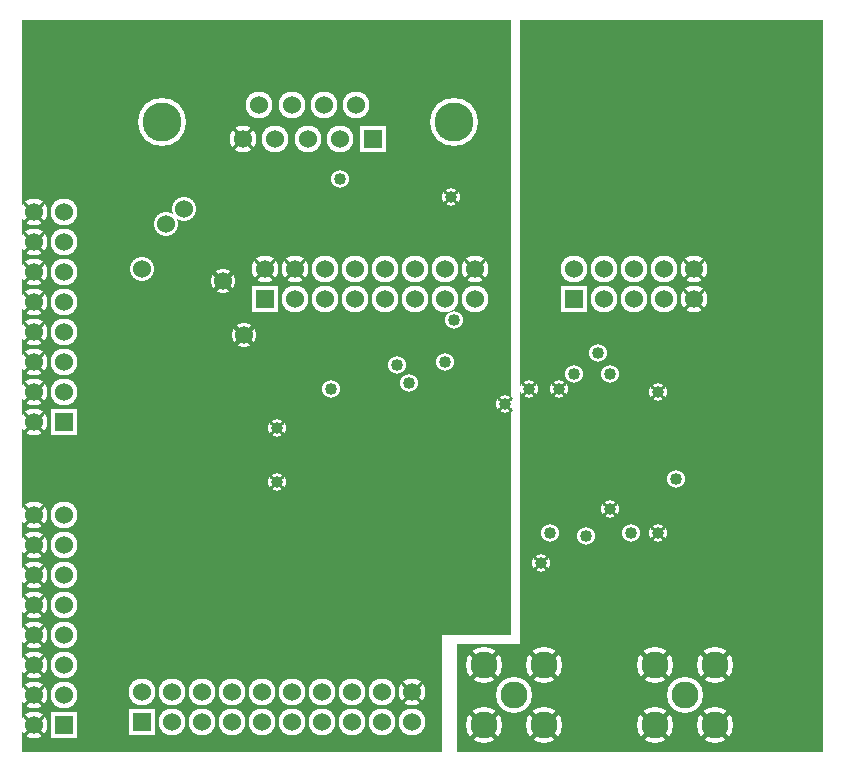
<source format=gbr>
G04 Title: TX Daughterboard, layergroup #3 *
G04 Creator: pcb-bin 1.99p *
G04 CreationDate: Thu Dec 30 02:16:24 2004 UTC *
G04 For: matt *
G04 Format: Gerber/RS-274X *
G04 PCB-Dimensions: 275000 250000 *
G04 PCB-Coordinate-Origin: lower left *
%MOIN*%
%FSLAX24Y24*%
G04 contains layers GND-sldr (1) *
%IPPOS*%
%ADD11C,0.0100*%
%ADD12C,0.0160*%
%ADD13C,0.0460*%
%ADD14C,0.0220*%
%ADD15R,0.0160X0.0160*%
%ADD16R,0.0460X0.0460*%
%ADD17R,0.0220X0.0220*%
%ADD18C,0.0080*%
%ADD19R,0.0600X0.0600*%
%ADD20R,0.0660X0.0660*%
%ADD21R,0.0900X0.0900X0.0600X0.0600*%
%ADD22R,0.0900X0.0900*%
%ADD23C,0.0600*%
%ADD24C,0.0660*%
%ADD25C,0.0900X0.0600*%
%ADD26C,0.0900*%
%ADD27C,0.0125*%
%AMTHERM1*7,0,0,0.0900,0.0600,0.0125,45*%
%ADD28THERM1*%
%ADD29C,0.1300*%
%ADD30C,0.1360*%
%ADD31C,0.1600X0.1300*%
%ADD32C,0.1600*%
%ADD33C,0.0200*%
%ADD34R,0.0240X0.0240*%
%ADD35R,0.0440X0.0440*%
%ADD36R,0.0300X0.0300*%
%ADD37C,0.0060*%
%AMTHERM2*7,0,0,0.0900,0.0600,0.0100,45*%
%ADD38THERM2*%
%ADD39R,0.0540X0.0540*%
%ADD40R,0.0650X0.0650*%
%ADD41R,0.0950X0.0950*%
%ADD42C,0.1200X0.0900*%
%ADD43C,0.1200*%
%ADD44C,0.0150*%
%AMTHERM3*7,0,0,0.1200,0.0900,0.0150,45*%
%ADD45THERM3*%
%ADD46C,0.0720*%
%ADD47C,0.0920X0.0720*%
%ADD48C,0.0920*%
%ADD49C,0.0240*%
%ADD50C,0.0340*%
%ADD51C,0.0500*%
%ADD52R,0.0200X0.0200*%
%ADD53R,0.0500X0.0500*%
%ADD54C,0.0137*%
%ADD55C,0.1320*%
%ADD56C,0.1520*%
%ADD57C,0.1520X0.1320*%
%ADD58C,0.0400*%
%ADD59C,0.0600X0.0400*%
%AMTHERM4*7,0,0,0.0600,0.0400,0.0100,45*%
%ADD60THERM4*%
%ADD61C,0.0800*%
%ADD62C,0.0800X0.0600*%
%AMTHERM5*7,0,0,0.0800,0.0600,0.0160,45*%
%ADD63THERM5*%
%LNGROUP_2*%
%LPD*%
G01X0Y0D02*
G54D11*G36*
X500Y300D02*X14500D01*
Y4700D01*
X500D01*
Y300D01*
G37*
G36*
X15000D02*X20300D01*
Y3900D01*
X15000D01*
Y300D01*
G37*
G36*
X16800Y4200D02*X500D01*
Y24700D01*
X16800D01*
Y4200D01*
G37*
G36*
X17100Y300D02*X27200D01*
Y24700D01*
X17100D01*
Y300D01*
G37*
%LNCUTS*%
%LPC*%
G54D22*X1900Y1200D03*
G54D26*Y2200D03*
Y3200D03*
Y4200D03*
G54D22*X4500Y1300D03*
G54D26*Y2300D03*
X5500Y1300D03*
Y2300D03*
X6500Y1300D03*
Y2300D03*
X7500Y1300D03*
X8500D03*
X7500Y2300D03*
X8500D03*
X900Y1200D03*
Y2200D03*
Y3200D03*
Y4200D03*
X9500Y1300D03*
Y2300D03*
X10500Y1300D03*
Y2300D03*
X11500Y1300D03*
Y2300D03*
X12500Y1300D03*
Y2300D03*
X13500Y1300D03*
Y2300D03*
G54D43*X16900Y2200D03*
X15900Y1200D03*
Y3200D03*
X17900Y1200D03*
Y3200D03*
G54D61*X5300Y17900D03*
X5900Y18400D03*
X4500Y16400D03*
G54D23*X14900Y14700D03*
X11100Y19400D03*
G54D61*X7900Y14200D03*
X7200Y16000D03*
G54D23*X14600Y13300D03*
X13000Y13200D03*
X13400Y12600D03*
X14800Y18800D03*
X9000Y11100D03*
Y9300D03*
X10800Y12400D03*
X16600Y11900D03*
G54D26*X9600Y15400D03*
X10600D03*
X11600D03*
X1900Y18300D03*
Y4200D03*
Y5200D03*
Y6200D03*
Y7200D03*
Y8200D03*
X11660Y21860D03*
X10580D03*
X9500D03*
X8420D03*
G54D32*X5180Y21300D03*
G54D22*X8600Y15400D03*
G54D26*Y16400D03*
X1900Y12300D03*
Y13300D03*
Y14300D03*
Y15300D03*
Y16300D03*
X900Y18300D03*
Y12300D03*
Y13300D03*
Y14300D03*
Y15300D03*
Y16300D03*
G54D22*X1900Y11300D03*
G54D26*X900D03*
X1900Y17300D03*
X900D03*
Y5200D03*
Y6200D03*
Y7200D03*
Y8200D03*
Y4200D03*
X9600Y16400D03*
X10600D03*
X11600D03*
X8960Y20740D03*
X7880D03*
G54D32*X14900Y21300D03*
G54D26*X12600Y15400D03*
X13600D03*
X14600D03*
X15600D03*
X12600Y16400D03*
X13600D03*
X14600D03*
X15600D03*
G54D22*X12200Y20740D03*
G54D26*X11120D03*
X10040D03*
G54D23*X18400Y12400D03*
X21700Y12300D03*
X17400Y12400D03*
X18900Y12900D03*
X20100D03*
X19700Y13600D03*
X22300Y9400D03*
X20800Y7600D03*
X20100Y8400D03*
X21700Y7600D03*
X19300Y7500D03*
X18100Y7600D03*
X17800Y6600D03*
G54D43*X22600Y2200D03*
X21600Y3200D03*
X23600Y1200D03*
Y3200D03*
G54D22*X18900Y15400D03*
G54D26*Y16400D03*
X19900D03*
X20900D03*
X21900D03*
X22900D03*
X19900Y15400D03*
X20900D03*
X21900D03*
X22900D03*
G54D43*X16900Y2200D03*
X17900Y1200D03*
Y3200D03*
X21600Y1200D03*
%LNTRACKS*%
%LPD*%
G54D19*X12200Y20740D03*
G54D23*X11120D03*
X10040D03*
X8960D03*
X7880D03*
G54D27*X7565Y21055D02*X8195Y20425D01*
X7565D02*X8195Y21055D01*
G54D23*X11660Y21860D03*
X10580D03*
X9500D03*
X8420D03*
G54D29*X14900Y21300D03*
X5180D03*
G54D19*X1900Y1200D03*
G54D23*X900D03*
G54D11*X585Y1515D02*X1215Y885D01*
X585D02*X1215Y1515D01*
G54D23*X1900Y2200D03*
X900D03*
G54D11*X585Y2515D02*X1215Y1885D01*
X585D02*X1215Y2515D01*
G54D23*X1900Y3200D03*
X900D03*
G54D11*X585Y3515D02*X1215Y2885D01*
X585D02*X1215Y3515D01*
G54D23*X1900Y4200D03*
X900D03*
G54D11*X585Y4515D02*X1215Y3885D01*
X585D02*X1215Y4515D01*
G54D23*X1900Y5200D03*
X900D03*
G54D11*X585Y5515D02*X1215Y4885D01*
X585D02*X1215Y5515D01*
G54D23*X1900Y6200D03*
X900D03*
G54D11*X585Y6515D02*X1215Y5885D01*
X585D02*X1215Y6515D01*
G54D23*X1900Y7200D03*
X900D03*
G54D11*X585Y7515D02*X1215Y6885D01*
X585D02*X1215Y7515D01*
G54D23*X1900Y8200D03*
X900D03*
G54D11*X585Y8515D02*X1215Y7885D01*
X585D02*X1215Y8515D01*
G54D19*X1900Y11300D03*
G54D23*X900D03*
G54D11*X585Y11615D02*X1215Y10985D01*
X585D02*X1215Y11615D01*
G54D23*X1900Y12300D03*
X900D03*
G54D11*X585Y12615D02*X1215Y11985D01*
X585D02*X1215Y12615D01*
G54D23*X1900Y13300D03*
X900D03*
G54D11*X585Y13615D02*X1215Y12985D01*
X585D02*X1215Y13615D01*
G54D23*X1900Y14300D03*
X900D03*
G54D11*X585Y14615D02*X1215Y13985D01*
X585D02*X1215Y14615D01*
G54D23*X1900Y15300D03*
X900D03*
G54D11*X585Y15615D02*X1215Y14985D01*
X585D02*X1215Y15615D01*
G54D23*X1900Y16300D03*
X900D03*
G54D11*X585Y16615D02*X1215Y15985D01*
X585D02*X1215Y16615D01*
G54D23*X1900Y17300D03*
X900D03*
G54D11*X585Y17615D02*X1215Y16985D01*
X585D02*X1215Y17615D01*
G54D23*X1900Y18300D03*
X900D03*
G54D11*X585Y18615D02*X1215Y17985D01*
X585D02*X1215Y18615D01*
G54D19*X4500Y1300D03*
G54D23*Y2300D03*
X5500Y1300D03*
Y2300D03*
X6500Y1300D03*
Y2300D03*
X7500Y1300D03*
Y2300D03*
X8500Y1300D03*
Y2300D03*
X9500Y1300D03*
Y2300D03*
X10500Y1300D03*
Y2300D03*
X11500Y1300D03*
Y2300D03*
X12500Y1300D03*
Y2300D03*
X13500Y1300D03*
Y2300D03*
G54D11*X13185Y2615D02*X13815Y1985D01*
X13185D02*X13815Y2615D01*
G54D19*X18900Y15400D03*
G54D23*Y16400D03*
X19900Y15400D03*
Y16400D03*
X20900Y15400D03*
Y16400D03*
X21900Y15400D03*
Y16400D03*
X22900Y15400D03*
G54D11*X22585Y15715D02*X23215Y15085D01*
X22585D02*X23215Y15715D01*
G54D23*X22900Y16400D03*
G54D11*X22585Y16715D02*X23215Y16085D01*
X22585D02*X23215Y16715D01*
G54D26*X22600Y2200D03*
X21600Y1200D03*
G54D44*X21180Y1620D02*X22020Y780D01*
X21180D02*X22020Y1620D01*
G54D26*X21600Y3200D03*
G54D44*X21180Y3620D02*X22020Y2780D01*
X21180D02*X22020Y3620D01*
G54D26*X23600Y1200D03*
G54D44*X23180Y1620D02*X24020Y780D01*
X23180D02*X24020Y1620D01*
G54D26*X23600Y3200D03*
G54D44*X23180Y3620D02*X24020Y2780D01*
X23180D02*X24020Y3620D01*
G54D19*X8600Y15400D03*
G54D23*Y16400D03*
G54D11*X8285Y16715D02*X8915Y16085D01*
X8285D02*X8915Y16715D01*
G54D23*X9600Y15400D03*
Y16400D03*
G54D11*X9285Y16715D02*X9915Y16085D01*
X9285D02*X9915Y16715D01*
G54D23*X10600Y15400D03*
Y16400D03*
X11600Y15400D03*
Y16400D03*
X12600Y15400D03*
Y16400D03*
X13600Y15400D03*
Y16400D03*
X14600Y15400D03*
Y16400D03*
X15600Y15400D03*
Y16400D03*
G54D11*X15285Y16715D02*X15915Y16085D01*
X15285D02*X15915Y16715D01*
G54D26*X16900Y2200D03*
X15900Y1200D03*
G54D44*X15480Y1620D02*X16320Y780D01*
X15480D02*X16320Y1620D01*
G54D26*X15900Y3200D03*
G54D44*X15480Y3620D02*X16320Y2780D01*
X15480D02*X16320Y3620D01*
G54D26*X17900Y1200D03*
G54D44*X17480Y1620D02*X18320Y780D01*
X17480D02*X18320Y1620D01*
G54D26*X17900Y3200D03*
G54D44*X17480Y3620D02*X18320Y2780D01*
X17480D02*X18320Y3620D01*
G54D58*X22300Y9400D03*
X16600Y11900D03*
G54D11*X16390Y12110D02*X16810Y11690D01*
X16390D02*X16810Y12110D01*
G54D58*X18900Y12900D03*
X20100D03*
X19700Y13600D03*
X14900Y14700D03*
X14600Y13300D03*
X13000Y13200D03*
X13400Y12600D03*
X19300Y7500D03*
X20800Y7600D03*
X20100Y8400D03*
G54D11*X19890Y8610D02*X20310Y8190D01*
X19890D02*X20310Y8610D01*
G54D58*X18100Y7600D03*
X17800Y6600D03*
G54D11*X17590Y6810D02*X18010Y6390D01*
X17590D02*X18010Y6810D01*
G54D58*X14800Y18800D03*
G54D11*X14590Y19010D02*X15010Y18590D01*
X14590D02*X15010Y19010D01*
G54D58*X9000Y11100D03*
G54D11*X8790Y11310D02*X9210Y10890D01*
X8790D02*X9210Y11310D01*
G54D58*X9000Y9300D03*
G54D11*X8790Y9510D02*X9210Y9090D01*
X8790D02*X9210Y9510D01*
G54D58*X18400Y12400D03*
G54D11*X18190Y12610D02*X18610Y12190D01*
X18190D02*X18610Y12610D01*
G54D58*X21700Y12300D03*
G54D11*X21490Y12510D02*X21910Y12090D01*
X21490D02*X21910Y12510D01*
G54D58*X10800Y12400D03*
X11100Y19400D03*
X21700Y7600D03*
G54D11*X21490Y7810D02*X21910Y7390D01*
X21490D02*X21910Y7810D01*
G54D58*X17400Y12400D03*
G54D11*X17190Y12610D02*X17610Y12190D01*
X17190D02*X17610Y12610D01*
G54D23*X5300Y17900D03*
X5900Y18400D03*
X4500Y16400D03*
X7900Y14200D03*
G54D12*X7620Y14480D02*X8180Y13920D01*
X7620D02*X8180Y14480D01*
G54D23*X7200Y16000D03*
G54D12*X6920Y16280D02*X7480Y15720D01*
X6920D02*X7480Y16280D01*
M02*

</source>
